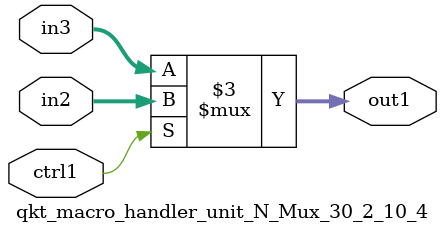
<source format=v>

`timescale 1ps / 1ps


module qkt_macro_handler_unit_N_Mux_30_2_10_4( in3, in2, ctrl1, out1 );

    input [29:0] in3;
    input [29:0] in2;
    input ctrl1;
    output [29:0] out1;
    reg [29:0] out1;

    
    // rtl_process:qkt_macro_handler_unit_N_Mux_30_2_10_4/qkt_macro_handler_unit_N_Mux_30_2_10_4_thread_1
    always @*
      begin : qkt_macro_handler_unit_N_Mux_30_2_10_4_thread_1
        case (ctrl1) 
          1'b1: 
            begin
              out1 = in2;
            end
          default: 
            begin
              out1 = in3;
            end
        endcase
      end

endmodule


</source>
